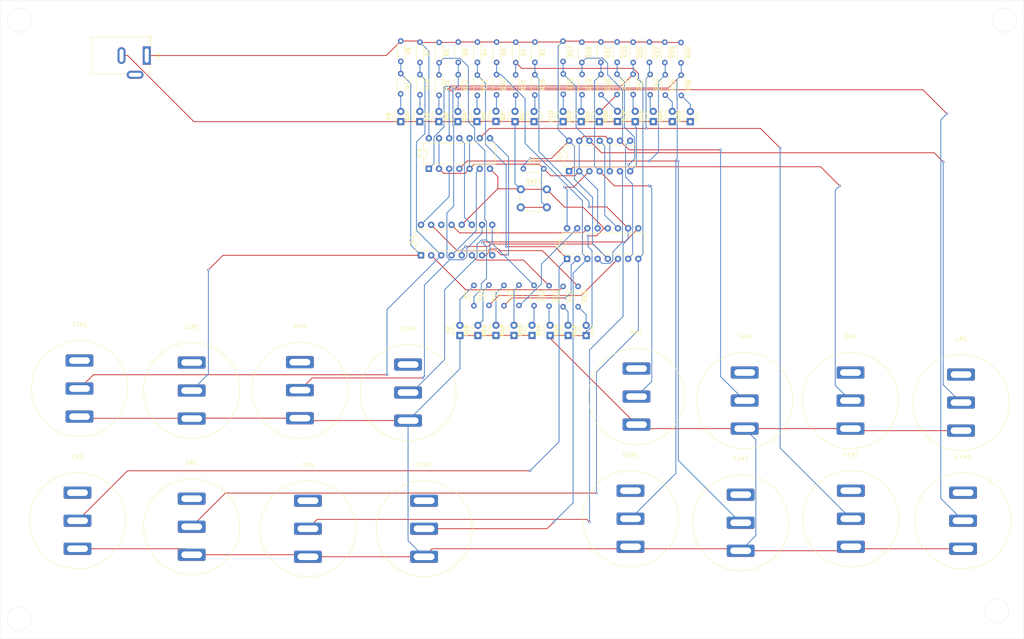
<source format=kicad_pcb>
(kicad_pcb (version 20241229) (generator "pcbnew") (generator_version "9.0")
  (layers (0 "F.Cu" signal) (2 "B.Cu" signal) (13 "F.Paste" user) (15 "B.Paste" user) (5 "F.SilkS" user "F.Silkscreen") (7 "B.SilkS" user "B.Silkscreen") (1 "F.Mask" user) (3 "B.Mask" user) (25 "Edge.Cuts" user))
  (net 0 "")
  (net 1 "Net-(D1-A)")
  (net 2 "GND")
  (net 3 "Net-(D2-A)")
  (net 4 "Net-(D3-A)")
  (net 5 "Net-(D4-A)")
  (net 6 "Net-(D5-A)")
  (net 7 "Net-(D6-A)")
  (net 8 "Net-(D7-A)")
  (net 9 "Net-(D8-A)")
  (net 10 "Net-(D9-A)")
  (net 11 "Net-(D10-A)")
  (net 12 "Net-(D11-A)")
  (net 13 "Net-(D12-A)")
  (net 14 "Net-(D13-A)")
  (net 15 "Net-(D14-A)")
  (net 16 "Net-(D15-A)")
  (net 17 "Net-(D16-A)")
  (net 18 "Net-(D18-A)")
  (net 19 "Net-(D19-A)")
  (net 20 "Net-(D20-A)")
  (net 21 "Net-(D21-A)")
  (net 22 "Net-(D22-A)")
  (net 23 "Net-(D23-A)")
  (net 24 "Net-(D24-A)")
  (net 25 "Net-(D25-A)")
  (net 26 "Net-(IC1-B3)")
  (net 27 "/A4")
  (net 28 "/VCC")
  (net 29 "Net-(IC1-B4)")
  (net 30 "/A7")
  (net 31 "Net-(IC1-B1)")
  (net 32 "/S7")
  (net 33 "/A5")
  (net 34 "Net-(IC1-B2)")
  (net 35 "/S4")
  (net 36 "Net-(IC1-C0)")
  (net 37 "/A6")
  (net 38 "/S6")
  (net 40 "/S5")
  (net 41 "/A2")
  (net 42 "/S2")
  (net 43 "/SUB")
  (net 44 "/A1")
  (net 45 "Net-(IC2-B4)")
  (net 46 "Net-(IC2-B1)")
  (net 47 "/S1")
  (net 48 "/S3")
  (net 49 "Net-(IC2-B2)")
  (net 50 "Net-(IC2-B3)")
  (net 51 "/S0")
  (net 52 "/A0")
  (net 53 "/A3")
  (net 54 "/B4")
  (net 55 "/B5")
  (net 56 "/B6")
  (net 57 "/B7")
  (net 58 "/B1")
  (net 59 "/B3")
  (net 60 "/B2")
  (net 61 "/B0")
  (footprint "LED_THT:LED_D3.0mm" (layer "F.Cu") (at 168.7552 46.8321 90)
    (property "Reference" "D22")
    (property "Value" "LED")
  )
  (footprint "LED_THT:LED_D3.0mm" (layer "F.Cu") (at 150.75 46.8534 90)
    (property "Reference" "D18")
    (property "Value" "LED")
  )
  (footprint "Resistor_THT:R_Axial_DIN0204_L3.6mm_D1.6mm_P5.08mm_Horizontal" (layer "F.Cu") (at 150.75 88 -90)
    (property "Reference" "R15")
    (property "Value" "1k")
  )
  (footprint "LED_THT:LED_D3.0mm" (layer "F.Cu") (at 164.3275 46.8197 90)
    (property "Reference" "D20")
    (property "Value" "LED")
  )
  (footprint "LED_THT:LED_D3.0mm" (layer "F.Cu") (at 182.5052 46.8721 90)
    (property "Reference" "D25")
    (property "Value" "LED")
  )
  (footprint "LED_THT:LED_D3.0mm" (layer "F.Cu") (at 178.0052 46.8321 90)
    (property "Reference" "D24")
    (property "Value" "LED")
  )
  (footprint "Connector_BarrelJack:BarrelJack_GCT_DCJ200-10-A_Horizontal" (layer "F.Cu") (at 46.85 30.35 -90)
    (property "Reference" "J1")
    (property "Value" "Barrel_Jack")
  )
  (footprint "Resistor_THT:R_Axial_DIN0204_L3.6mm_D1.6mm_P5.08mm_Horizontal" (layer "F.Cu") (at 180.2303 35.2228 -90)
    (property "Reference" "R38")
    (property "Value" "1k")
  )
  (footprint "Resistor_THT:R_Axial_DIN0204_L3.6mm_D1.6mm_P5.08mm_Horizontal" (layer "F.Cu") (at 129.3552 35.2134 -90)
    (property "Reference" "R23")
    (property "Value" "1k")
  )
  (footprint "Resistor_THT:R_Axial_DIN0204_L3.6mm_D1.6mm_P5.08mm_Horizontal" (layer "F.Cu") (at 143.5 87.75 -90)
    (property "Reference" "R13")
    (property "Value" "1k")
  )
  (footprint "LED_THT:LED_D3.0mm" (layer "F.Cu") (at 147.5 100.25 90)
    (property "Reference" "D14")
    (property "Value" "LED")
  )
  (footprint "Resistor_THT:R_Axial_DIN0204_L3.6mm_D1.6mm_P5.08mm_Horizontal" (layer "F.Cu") (at 143.7183 26.9736 -90)
    (property "Reference" "R1")
    (property "Value" "1k")
  )
  (footprint "my footprtn:LED SWITCH3pin" (layer "F.Cu") (at 196.0666 116.5244 180)
    (property "Reference" "SW4")
    (property "Value" "SW_SPDT")
  )
  (footprint "Package_DIP:DIP-14_W7.62mm" (layer "F.Cu") (at 117.25 58.62 90)
    (property "Reference" "IC3")
    (property "Value" "7486")
  )
  (footprint "LED_THT:LED_D3.0mm" (layer "F.Cu") (at 173.2552 46.8321 90)
    (property "Reference" "D23")
    (property "Value" "LED")
  )
  (footprint "LED_THT:LED_D3.0mm" (layer "F.Cu") (at 138.5 100.25 90)
    (property "Reference" "D12")
    (property "Value" "LED")
  )
  (footprint "Resistor_THT:R_Axial_DIN0204_L3.6mm_D1.6mm_P5.08mm_Horizontal" (layer "F.Cu") (at 138.9191 35.1734 -90)
    (property "Reference" "R25")
    (property "Value" "1k")
  )
  (footprint "Resistor_THT:R_Axial_DIN0204_L3.6mm_D1.6mm_P5.08mm_Horizontal" (layer "F.Cu") (at 176.1341 27.0146 -90)
    (property "Reference" "R39")
    (property "Value" "1k")
  )
  (footprint "LED_THT:LED_D3.0mm" (layer "F.Cu") (at 134.0042 46.8021 90)
    (property "Reference" "D3")
    (property "Value" "LED")
  )
  (footprint "Resistor_THT:R_Axial_DIN0204_L3.6mm_D1.6mm_P5.08mm_Horizontal" (layer "F.Cu") (at 138.9364 27.0136 -90)
    (property "Reference" "R2")
    (property "Value" "1k")
  )
  (footprint "my footprtn:LED SWITCH3pin" (layer "F.Cu") (at 222.4666 116.5244 180)
    (property "Reference" "SW6")
    (property "Value" "SW_SPDT")
  )
  (footprint "LED_THT:LED_D3.0mm" (layer "F.Cu") (at 138.7547 46.8405 90)
    (property "Reference" "D2")
    (property "Value" "LED")
  )
  (footprint "Resistor_THT:R_Axial_DIN0204_L3.6mm_D1.6mm_P5.08mm_Horizontal" (layer "F.Cu") (at 139.75 92.75 90)
    (property "Reference" "R12")
    (property "Value" "1k")
  )
  (footprint "my footprtn:LED SWITCH3pin" (layer "F.Cu") (at 250.0666 117.0244 180)
    (property "Reference" "SW7")
    (property "Value" "SW_SPDT")
  )
  (footprint "LED_THT:LED_D3.0mm" (layer "F.Cu") (at 143 100.25 90)
    (property "Reference" "D13")
    (property "Value" "LED")
  )
  (footprint "my footprtn:LED SWITCH3pin" (layer "F.Cu") (at 112.0666 114.5244 180)
    (property "Reference" "SW10")
    (property "Value" "SW_SPDT")
  )
  (footprint "Resistor_THT:R_Axial_DIN0204_L3.6mm_D1.6mm_P5.08mm_Horizontal" (layer "F.Cu") (at 124.5732 35.1334 -90)
    (property "Reference" "R22")
    (property "Value" "1k")
  )
  (footprint "my footprtn:LED SWITCH3pin" (layer "F.Cu") (at 29.5666 146.5244 180)
    (property "Reference" "SW3")
    (property "Value" "SW_SPDT")
  )
  (footprint "Resistor_THT:R_Axial_DIN0204_L3.6mm_D1.6mm_P5.08mm_Horizontal" (layer "F.Cu") (at 134.1371 35.0934 -90)
    (property "Reference" "R24")
    (property "Value" "1k")
  )
  (footprint "Resistor_THT:R_Axial_DIN0204_L3.6mm_D1.6mm_P5.08mm_Horizontal" (layer "F.Cu") (at 155.4803 35.0528 -90)
    (property "Reference" "R19")
    (property "Value" "1k")
  )
  (footprint "Resistor_THT:R_Axial_DIN0204_L3.6mm_D1.6mm_P5.08mm_Horizontal" (layer "F.Cu") (at 115.0266 27 -90)
    (property "Reference" "R7")
    (property "Value" "1k")
  )
  (footprint "my footprtn:LED SWITCH3pin" (layer "F.Cu") (at 85.0666 113.9244 180)
    (property "Reference" "SW9")
    (property "Value" "SW_SPDT")
  )
  (footprint "my footprtn:LED SWITCH3pin" (layer "F.Cu") (at 167.5666 146.0244 180)
    (property "Reference" "SW16")
    (property "Value" "SW_SPDT")
  )
  (footprint "LED_THT:LED_D3.0mm" (layer "F.Cu") (at 155.25 46.8534 90)
    (property "Reference" "D19")
    (property "Value" "LED")
  )
  (footprint "Resistor_THT:R_Axial_DIN0204_L3.6mm_D1.6mm_P5.08mm_Horizontal" (layer "F.Cu") (at 168.2303 35.0119 -90)
    (property "Reference" "R32")
    (property "Value" "1k")
  )
  (footprint "LED_THT:LED_D3.0mm" (layer "F.Cu") (at 156.5 100.29 90)
    (property "Reference" "D16")
    (property "Value" "LED")
  )
  (footprint "Resistor_THT:R_Axial_DIN0204_L3.6mm_D1.6mm_P5.08mm_Horizontal" (layer "F.Cu") (at 160.2303 35.0528 -90)
    (property "Reference" "R20")
    (property "Value" "1k")
  )
  (footprint "my footprtn:LED SWITCH3pin" (layer "F.Cu") (at 87.0666 148.5244 180)
    (property "Reference" "SW1")
    (property "Value" "SW_SPDT")
  )
  (footprint "my footprtn:LED SWITCH3pin" (layer "F.Cu") (at 195.0666 147.0244 180)
    (property "Reference" "SW15")
    (property "Value" "SW_SPDT")
  )
  (footprint "LED_THT:LED_D3.0mm" (layer "F.Cu") (at 143.5051 46.8534 90)
    (property "Reference" "D1")
    (property "Value" "LED")
  )
  (footprint "LED_THT:LED_D3.0mm" (layer "F.Cu") (at 125 100.27 90)
    (property "Reference" "D9")
    (property "Value" "LED")
  )
  (footprint "LED_THT:LED_D3.0mm" (layer "F.Cu") (at 129.2538 46.8534 90)
    (property "Reference" "D4")
    (property "Value" "LED")
  )
  (footprint "Button_Switch_THT:SW_PUSH_6mm" (layer "F.Cu") (at 140.19 63.77)
    (property "Reference" "SW17")
    (property "Value" "SW_Push")
  )
  (footprint "Resistor_THT:R_Axial_DIN0204_L3.6mm_D1.6mm_P5.08mm_Horizontal" (layer "F.Cu") (at 154.5 88 -90)
    (property "Reference" "R16")
    (property "Value" "1k")
  )
  (footprint "Package_DIP:DIP-16_W7.62mm" (layer "F.Cu") (at 151.75 81.12 90)
    (property "Reference" "IC2")
    (property "Value" "7483")
  )
  (footprint "Resistor_THT:R_Axial_DIN0204_L3.6mm_D1.6mm_P5.08mm_Horizontal" (layer "F.Cu") (at 176.2487 35.1386 -90)
    (property "Reference" "R36")
    (property "Value" "1k")
  )
  (footprint "Resistor_THT:R_Axial_DIN0204_L3.6mm_D1.6mm_P5.08mm_Horizontal" (layer "F.Cu") (at 164.203 35.0119 -90)
    (property "Reference" "R30")
    (property "Value" "1k")
  )
  (footprint "Resistor_THT:R_Axial_DIN0204_L3.6mm_D1.6mm_P5.08mm_Horizontal" (layer "F.Cu") (at 164.2421 26.9572 -90)
    (property "Reference" "R33")
    (property "Value" "1k")
  )
  (footprint "Resistor_THT:R_Axial_DIN0204_L3.6mm_D1.6mm_P5.08mm_Horizontal" (layer "F.Cu") (at 110.2447 26.7263 -90)
    (property "Reference" "R8")
    (property "Value" "1k")
  )
  (footprint "Resistor_THT:R_Axial_DIN0204_L3.6mm_D1.6mm_P5.08mm_Horizontal" (layer "F.Cu") (at 160.1789 26.9627 -90)
    (property "Reference" "R31")
    (property "Value" "1k")
  )
  (footprint "Resistor_THT:R_Axial_DIN0204_L3.6mm_D1.6mm_P5.08mm_Horizontal" (layer "F.Cu") (at 128.5 92.83 90)
    (property "Reference" "R9")
    (property "Value" "1k")
  )
  (footprint "LED_THT:LED_D3.0mm" (layer "F.Cu") (at 115.0024 46.8534 90)
    (property "Reference" "D7")
    (property "Value" "LED")
  )
  (footprint "my footprtn:LED SWITCH3pin" (layer "F.Cu") (at 250.5666 146.5244 180)
    (property "Reference" "SW13")
    (property "Value" "SW_SPDT")
  )
  (footprint "Resistor_THT:R_Axial_DIN0204_L3.6mm_D1.6mm_P5.08mm_Horizontal" (layer "F.Cu") (at 119.8086 27.0661 -90)
    (property "Reference" "R6")
    (property "Value" "1k")
  )
  (footprint "Resistor_THT:R_Axial_DIN0204_L3.6mm_D1.6mm_P5.08mm_Horizontal" (layer "F.Cu") (at 136 92.83 90)
    (property "Reference" "R11")
    (property "Value" "1k")
  )
  (footprint "Resistor_THT:R_Axial_DIN0204_L3.6mm_D1.6mm_P5.08mm_Horizontal" (layer "F.Cu") (at 143.701 35.1334 -90)
    (property "Reference" "R26")
    (property "Value" "1k")
  )
  (footprint "my footprtn:LED SWITCH3pin" (layer "F.Cu") (at 58.0666 114.0244 180)
    (property "Reference" "SW12")
    (property "Value" "SW_SPDT")
  )
  (footprint "LED_THT:LED_D3.0mm" (layer "F.Cu") (at 119.7529 46.8534 90)
    (property "Reference" "D6")
    (property "Value" "LED")
  )
  (footprint "Resistor_THT:R_Axial_DIN0204_L3.6mm_D1.6mm_P5.08mm_Horizontal" (layer "F.Cu") (at 119.7913 35.1859 -90)
    (property "Reference" "R21")
    (property "Value" "1k")
  )
  (footprint "Resistor_THT:R_Axial_DIN0204_L3.6mm_D1.6mm_P5.08mm_Horizontal" (layer "F.Cu") (at 115.0093 35.0798 -90)
    (property "Reference" "R18")
    (property "Value" "1k")
  )
  (footprint "Resistor_THT:R_Axial_DIN0204_L3.6mm_D1.6mm_P5.08mm_Horizontal" (layer "F.Cu") (at 168.2358 26.9993 -90)
    (property "Reference" "R35")
    (property "Value" "1k")
  )
  (footprint "my footprtn:LED SWITCH3pin" (layer "F.Cu") (at 30.0666 113.5244 180)
    (property "Reference" "SW11")
    (property "Value" "SW_SPDT")
  )
  (footprint "Resistor_THT:R_Axial_DIN0204_L3.6mm_D1.6mm_P5.08mm_Horizontal" (layer "F.Cu") (at 124.5905 26.9736 -90)
    (property "Reference" "R5")
    (property "Value" "1k")
  )
  (footprint "Resistor_THT:R_Axial_DIN0204_L3.6mm_D1.6mm_P5.08mm_Horizontal" (layer "F.Cu") (at 134.1544 26.9736 -90)
    (property "Reference" "R3")
    (property "Value" "1k")
  )
  (footprint "LED_THT:LED_D3.0mm" (layer "F.Cu") (at 129.5 100.27 90)
    (property "Reference" "D10")
    (property "Value" "LED")
  )
  (footprint "Resistor_THT:R_Axial_DIN0204_L3.6mm_D1.6mm_P5.08mm_Horizontal" (layer "F.Cu") (at 180.1789 27.0927 -90)
    (property "Reference" "R40")
    (property "Value" "1k")
  )
  (footprint "my footprtn:LED SWITCH3pin" (layer "F.Cu") (at 116.0666 148.5244 180)
    (property "Reference" "SW2")
    (property "Value" "SW_SPDT")
  )
  (footprint "Resistor_THT:R_Axial_DIN0204_L3.6mm_D1.6mm_P5.08mm_Horizontal" (layer "F.Cu") (at 140.84 58.62)
    (property "Reference" "R41")
    (property "Value" "R")
  )
  (footprint "my footprtn:LED SWITCH3pin" (layer "F.Cu") (at 169.0666 115.5244 180)
    (property "Reference" "SW8")
    (property "Value" "SW_SPDT")
  )
  (footprint "Package_DIP:DIP-14_W7.62mm" (layer "F.Cu") (at 152.25 59.24 90)
    (property "Reference" "IC4")
    (property "Value" "7486")
  )
  (footprint "Resistor_THT:R_Axial_DIN0204_L3.6mm_D1.6mm_P5.08mm_Horizontal" (layer "F.Cu") (at 150.75 26.75 -90)
    (property "Reference" "R27")
    (property "Value" "1k")
  )
  (footprint "Resistor_THT:R_Axial_DIN0204_L3.6mm_D1.6mm_P5.08mm_Horizontal" (layer "F.Cu") (at 172.2956 26.9708 -90)
    (property "Reference" "R37")
    (property "Value" "1k")
  )
  (footprint "LED_THT:LED_D3.0mm" (layer "F.Cu") (at 110.252 46.8534 90)
    (property "Reference" "D8")
    (property "Value" "LED")
  )
  (footprint "Resistor_THT:R_Axial_DIN0204_L3.6mm_D1.6mm_P5.08mm_Horizontal" (layer "F.Cu") (at 172.4803 35.0528 -90)
    (property "Reference" "R34")
    (property "Value" "1k")
  )
  (footprint "LED_THT:LED_D3.0mm" (layer "F.Cu") (at 134 100.25 90)
    (property "Reference" "D11")
    (property "Value" "LED")
  )
  (footprint "my footprtn:LED SWITCH3pin" (layer "F.Cu") (at 58.0666 148.0244 180)
    (property "Reference" "SW5")
    (property "Value" "SW_SPDT")
  )
  (footprint "LED_THT:LED_D3.0mm" (layer "F.Cu") (at 124.5033 46.8534 90)
    (property "Reference" "D5")
    (property "Value" "LED")
  )
  (footprint "Resistor_THT:R_Axial_DIN0204_L3.6mm_D1.6mm_P5.08mm_Horizontal" (layer "F.Cu") (at 132.25 92.75 90)
    (property "Reference" "R10")
    (property "Value" "1k")
  )
  (footprint "Package_DIP:DIP-16_W7.62mm" (layer "F.Cu") (at 115.29 80.24 90)
    (property "Reference" "IC1")
    (property "Value" "7483")
  )
  (footprint "Resistor_THT:R_Axial_DIN0204_L3.6mm_D1.6mm_P5.08mm_Horizontal" (layer "F.Cu") (at 155.4289 27.0027 -90)
    (property "Reference" "R29")
    (property "Value" "1k")
  )
  (footprint "LED_THT:LED_D3.0mm" (layer "F.Cu") (at 159.7947 46.8737 90)
    (property "Reference" "D21")
    (property "Value" "LED")
  )
  (footprint "Resistor_THT:R_Axial_DIN0204_L3.6mm_D1.6mm_P5.08mm_Horizontal" (layer "F.Cu") (at 110.2273 34.8461 -90)
    (property "Reference" "R17")
    (property "Value" "1k")
  )
  (footprint "Resistor_THT:R_Axial_DIN0204_L3.6mm_D1.6mm_P5.08mm_Horizontal" (layer "F.Cu") (at 150.8013 34.9422 -90)
    (property "Reference" "R28")
    (property "Value" "1k")
  )
  (footprint "Resistor_THT:R_Axial_DIN0204_L3.6mm_D1.6mm_P5.08mm_Horizontal" (layer "F.Cu") (at 129.3725 26.9736 -90)
    (property "Reference" "R4")
    (property "Value" "1k")
  )
  (footprint "LED_THT:LED_D3.0mm" (layer "F.Cu") (at 152 100.25 90)
    (property "Reference" "D15")
    (property "Value" "LED")
  )
  (footprint "Resistor_THT:R_Axial_DIN0204_L3.6mm_D1.6mm_P5.08mm_Horizontal" (layer "F.Cu") (at 147.25 87.83 -90)
    (property "Reference" "R14")
    (property "Value" "1k")
  )
  (footprint "my footprtn:LED SWITCH3pin" (layer "F.Cu") (at 222.5666 146.0244 180)
    (property "Reference" "SW14")
    (property "Value" "SW_SPDT")
  )
  (gr_circle (center 259 169) (end 262 169) (stroke (width 0.05)) (fill no) (layer "Edge.Cuts"))
  (gr_circle (center 15 21.5) (end 18 21.5) (stroke (width 0.05)) (fill no) (layer "Edge.Cuts"))
  (gr_circle (center 15 171) (end 18 171) (stroke (width 0.05)) (fill no) (layer "Edge.Cuts"))
  (gr_rect (start 10.25 16.5) (end 265.75 176) (stroke (width 0.05)) (fill no) (layer "Edge.Cuts"))
  (gr_circle (center 261 21.5) (end 264 21.5) (stroke (width 0.05)) (fill no) (layer "Edge.Cuts"))
  (segment (start 143.701 44.1175) (end 143.701 40.2134) (width 0.2) (layer "B.Cu") (net 1))
  (segment (start 143.5051 44.3134) (end 143.701 44.1175) (width 0.2) (layer "B.Cu") (net 1))
  (segment (start 134.0042 46.8021) (end 130.5068 46.8021) (width 0.2) (layer "F.Cu") (net 2))
  (segment (start 118.0666 153.5244) (end 116.0666 155.5244) (width 0.2) (layer "F.Cu") (net 2))
  (segment (start 134.6051 46.8021) (end 135.2059 46.8021) (width 0.2) (layer "F.Cu") (net 2))
  (segment (start 29.5666 153.5244) (end 56.5666 153.5244) (width 0.2) (layer "F.Cu") (net 2))
  (segment (start 167.5666 153.5244) (end 194.5666 153.5244) (width 0.2) (layer "F.Cu") (net 2))
  (segment (start 151.1333 68.2133) (end 155.7264 68.2133) (width 0.2) (layer "F.Cu") (net 2))
  (segment (start 156.5 100.29) (end 153.2417 100.29) (width 0.2) (layer "F.Cu") (net 2))
  (segment (start 250.5666 153.5244) (end 223.0666 153.5244) (width 0.2) (layer "F.Cu") (net 2))
  (segment (start 30.5166 120.9744) (end 30.0666 120.5244) (width 0.2) (layer "F.Cu") (net 2))
  (segment (start 56.5666 153.5244) (end 58.0666 155.0244) (width 0.2) (layer "F.Cu") (net 2))
  (segment (start 138.7547 46.8405) (end 135.2443 46.8405) (width 0.2) (layer "F.Cu") (net 2))
  (segment (start 178.0052 46.8321) (end 181.2635 46.8321) (width 0.2) (layer "F.Cu") (net 2))
  (segment (start 161.7172 73.5) (end 161.7723 73.5) (width 0.2) (layer "F.Cu") (net 2))
  (segment (start 155.25 46.8534) (end 156.4517 46.8534) (width 0.2) (layer "F.Cu") (net 2))
  (segment (start 167.5666 153.5244) (end 118.0666 153.5244) (width 0.2) (layer "F.Cu") (net 2))
  (segment (start 140.19 63.77) (end 146.69 63.77) (width 0.2) (layer "F.Cu") (net 2))
  (segment (start 125 100.27) (end 129.5 100.27) (width 0.2) (layer "F.Cu") (net 2))
  (segment (start 161.7723 73.5) (end 161.8136 73.5) (width 0.2) (layer "F.Cu") (net 2))
  (segment (start 163.1258 46.8197) (end 163.0718 46.8737) (width 0.2) (layer "F.Cu") (net 2))
  (segment (start 134.454 63.616) (end 140.036 63.616) (width 0.2) (layer "F.Cu") (net 2))
  (segment (start 169.0666 122.5244) (end 147.5 100.9578) (width 0.2) (layer "F.Cu") (net 2))
  (segment (start 143.5051 46.8534) (end 139.9693 46.8534) (width 0.2) (layer "F.Cu") (net 2))
  (segment (start 182.5052 46.8721) (end 181.3035 46.8721) (width 0.2) (layer "F.Cu") (net 2))
  (segment (start 40.55 30.35) (end 42.1067 30.35) (width 0.2) (layer "F.Cu") (net 2))
  (segment (start 129.2538 46.8534) (end 124.5033 46.8534) (width 0.2) (layer "F.Cu") (net 2))
  (segment (start 168.7552 46.8321) (end 169.9569 46.8321) (width 0.2) (layer "F.Cu") (net 2))
  (segment (start 165.5416 46.8321) (end 165.5292 46.8197) (width 0.2) (layer "F.Cu") (net 2))
  (segment (start 58.0666 120.9744) (end 30.5166 120.9744) (width 0.2) (layer "F.Cu") (net 2))
  (segment (start 161.7172 73.5) (end 161.3652 73.852) (width 0.2) (layer "F.Cu") (net 2))
  (segment (start 161.8136 73.5) (end 161.91 73.5) (width 0.2) (layer "F.Cu") (net 2))
  (segment (start 125.45 72.62) (end 134.454 63.616) (width 0.2) (layer "F.Cu") (net 2))
  (segment (start 167.5666 153.0244) (end 167.5666 153.5244) (width 0.2) (layer "F.Cu") (net 2))
  (segment (start 170.0666 123.5244) (end 169.0666 122.5244) (width 0.2) (layer "F.Cu") (net 2))
  (segment (start 223.0666 153.5244) (end 222.5666 153.0244) (width 0.2) (layer "F.Cu") (net 2))
  (segment (start 164.3275 46.8197) (end 165.5292 46.8197) (width 0.2) (layer "F.Cu") (net 2))
  (segment (start 161.0067 73.4935) (end 159.1226 75.3776) (width 0.2) (layer "F.Cu") (net 2))
  (segment (start 221.5666 154.0244) (end 222.5666 153.0244) (width 0.2) (layer "F.Cu") (net 2))
  (segment (start 161.0067 73.4935) (end 161.3652 73.852) (width 0.2) (layer "F.Cu") (net 2))
  (segment (start 139.3556 46.8405) (end 138.7547 46.8405) (width 0.2) (layer "F.Cu") (net 2))
  (segment (start 140.036 63.616) (end 140.19 63.77) (width 0.2) (layer "F.Cu") (net 2))
  (segment (start 119.7529 46.8534) (end 115.0024 46.8534) (width 0.2) (layer "F.Cu") (net 2))
  (segment (start 85.6666 121.5244) (end 85.0666 120.9244) (width 0.2) (layer "F.Cu") (net 2))
  (segment (start 173.2552 46.8321) (end 178.0052 46.8321) (width 0.2) (layer "F.Cu") (net 2))
  (segment (start 134.6051 46.8021) (end 134.0042 46.8021) (width 0.2) (layer "F.Cu") (net 2))
  (segment (start 172.0535 46.8321) (end 169.9569 46.8321) (width 0.2) (layer "F.Cu") (net 2))
  (segment (start 129.2538 46.8534) (end 130.4555 46.8534) (width 0.2) (layer "F.Cu") (net 2))
  (segment (start 168.7552 46.8321) (end 165.5416 46.8321) (width 0.2) (layer "F.Cu") (net 2))
  (segment (start 153.2417 100.29) (end 153.2017 100.25) (width 0.2) (layer "F.Cu") (net 2))
  (segment (start 58.0666 120.9744) (end 58.0666 121.0244) (width 0.2) (layer "F.Cu") (net 2))
  (segment (start 129.5 100.27) (end 132.7783 100.27) (width 0.2) (layer "F.Cu") (net 2))
  (segment (start 163.0718 46.8737) (end 159.7947 46.8737) (width 0.2) (layer "F.Cu") (net 2))
  (segment (start 139.3556 46.8405) (end 139.9564 46.8405) (width 0.2) (layer "F.Cu") (net 2))
  (segment (start 146.69 63.77) (end 151.1333 68.2133) (width 0.2) (layer "F.Cu") (net 2))
  (segment (start 85.0666 120.9244) (end 58.1166 120.9244) (width 0.2) (layer "F.Cu") (net 2))
  (segment (start 58.0666 155.0244) (end 86.5666 155.0244) (width 0.2) (layer "F.Cu") (net 2))
  (segment (start 152 100.25) (end 147.5 100.25) (width 0.2) (layer "F.Cu") (net 2))
  (segment (start 155.25 46.8534) (end 150.75 46.8534) (width 0.2) (layer "F.Cu") (net 2))
  (segment (start 134 100.25) (end 138.5 100.25) (width 0.2) (layer "F.Cu") (net 2))
  (segment (start 164.3275 46.8197) (end 163.1258 46.8197) (width 0.2) (layer "F.Cu") (net 2))
  (segment (start 147.5 100.9578) (end 147.5 100.25) (width 0.2) (layer "F.Cu") (net 2))
  (segment (start 196.0666 123.5244) (end 170.0666 123.5244) (width 0.2) (layer "F.Cu") (net 2))
  (segment (start 181.2635 46.8321) (end 181.3035 46.8721) (width 0.2) (layer "F.Cu") (net 2))
  (segment (start 58.6101 46.8534) (end 110.252 46.8534) (width 0.2) (layer "F.Cu") (net 2))
  (segment (start 112.0666 121.5244) (end 85.6666 121.5244) (width 0.2) (layer "F.Cu") (net 2))
  (segment (start 152 100.25) (end 153.2017 100.25) (width 0.2) (layer "F.Cu") (net 2))
  (segment (start 132.7783 100.27) (end 132.7983 100.25) (width 0.2) (layer "F.Cu") (net 2))
  (segment (start 139.9693 46.8534) (end 139.9564 46.8405) (width 0.2) (layer "F.Cu") (net 2))
  (segment (start 222.9666 124.0244) (end 222.4666 123.5244) (width 0.2) (layer "F.Cu") (net 2))
  (segment (start 222.4666 123.5244) (end 196.0666 123.5244) (width 0.2) (layer "F.Cu") (net 2))
  (segment (start 159.1226 75.3776) (end 156.9715 75.3776) (width 0.2) (layer "F.Cu") (net 2))
  (segment (start 58.1166 120.9244) (end 58.0666 120.9744) (width 0.2) (layer "F.Cu") (net 2))
  (segment (start 138.5 100.25) (end 143 100.25) (width 0.2) (layer "F.Cu") (net 2))
  (segment (start 150.75 46.8534) (end 143.5051 46.8534) (width 0.2) (layer "F.Cu") (net 2))
  (segment (start 195.0666 154.0244) (end 221.5666 154.0244) (width 0.2) (layer "F.Cu") (net 2))
  (segment (start 130.5068 46.8021) (end 130.4555 46.8534) (width 0.2) (layer "F.Cu") (net 2))
  (segment (start 135.2443 46.8405) (end 135.2059 46.8021) (width 0.2) (layer "F.Cu") (net 2))
  (segment (start 159.7947 46.8737) (end 156.472 46.8737) (width 0.2) (layer "F.Cu") (net 2))
  (segment (start 156.472 46.8737) (end 156.4517 46.8534) (width 0.2) (layer "F.Cu") (net 2))
  (segment (start 86.5666 155.0244) (end 87.0666 155.5244) (width 0.2) (layer "F.Cu") (net 2))
  (segment (start 194.5666 153.5244) (end 195.0666 154.0244) (width 0.2) (layer "F.Cu") (net 2))
  (segment (start 250.0666 124.0244) (end 222.9666 124.0244) (width 0.2) (layer "F.Cu") (net 2))
  (segment (start 42.1067 30.35) (end 58.6101 46.8534) (width 0.2) (layer "F.Cu") (net 2))
  (segment (start 134 100.25) (end 132.7983 100.25) (width 0.2) (layer "F.Cu") (net 2))
  (segment (start 124.5033 46.8534) (end 119.7529 46.8534) (width 0.2) (layer "F.Cu") (net 2))
  (segment (start 155.7264 68.2133) (end 161.0067 73.4935) (width 0.2) (layer "F.Cu") (net 2))
  (segment (start 172.6544 46.8321) (end 172.0535 46.8321) (width 0.2) (layer "F.Cu") (net 2))
  (segment (start 110.252 46.8534) (end 115.0024 46.8534) (width 0.2) (layer "F.Cu") (net 2))
  (segment (start 87.0666 155.5244) (end 116.0666 155.5244) (width 0.2) (layer "F.Cu") (net 2))
  (segment (start 132.49 58.62) (end 134.454 60.584) (width 0.2) (layer "F.Cu") (net 2))
  (segment (start 172.6544 46.8321) (end 173.2552 46.8321) (width 0.2) (layer "F.Cu") (net 2))
  (segment (start 134.454 60.584) (end 134.454 63.616) (width 0.2) (layer "F.Cu") (net 2))
  (via (at 156.9715 75.3776) (size 0.6) (drill 0.3) (layers "F.Cu" "B.Cu") (net 2))
  (segment (start 156.9715 78.0263) (end 157.9699 79.0247) (width 0.2) (layer "B.Cu") (net 2))
  (segment (start 156.5 100.29) (end 156.5 99.0883) (width 0.2) (layer "B.Cu") (net 2))
  (segment (start 157.9699 79.0247) (end 157.9699 97.9939) (width 0.2) (layer "B.Cu") (net 2))
  (segment (start 167.49 59.24) (end 169.0392 57.6908) (width 0.2) (layer "B.Cu") (net 2))
  (segment (start 112.0666 151.5244) (end 112.0666 121.5244) (width 0.2) (layer "B.Cu") (net 2))
  (segment (start 198.8469 150.2441) (end 198.8469 126.3047) (width 0.2) (layer "B.Cu") (net 2))
  (segment (start 140.19 63.77) (end 138.7547 62.3347) (width 0.2) (layer "B.Cu") (net 2))
  (segment (start 169.0392 48.3178) (end 168.7552 48.0338) (width 0.2) (layer "B.Cu") (net 2))
  (segment (start 198.8469 126.3047) (end 196.0666 123.5244) (width 0.2) (layer "B.Cu") (net 2))
  (segment (start 112.0666 121.5244) (end 125 108.591) (width 0.2) (layer "B.Cu") (net 2))
  (segment (start 138.7547 62.3347) (end 138.7547 48.0422) (width 0.2) (layer "B.Cu") (net 2))
  (segment (start 168.7552 46.8321) (end 168.7552 48.0338) (width 0.2) (layer "B.Cu") (net 2))
  (segment (start 138.7547 46.8405) (end 138.7547 48.0422) (width 0.2) (layer "B.Cu") (net 2))
  (segment (start 195.0666 154.0244) (end 198.8469 150.2441) (width 0.2) (layer "B.Cu") (net 2))
  (segment (start 125 108.591) (end 125 100.27) (width 0.2) (layer "B.Cu") (net 2))
  (segment (start 116.0666 155.5244) (end 112.0666 151.5244) (width 0.2) (layer "B.Cu") (net 2))
  (segment (start 156.8755 99.0883) (end 156.5 99.0883) (width 0.2) (layer "B.Cu") (net 2))
  (segment (start 156.9715 75.3776) (end 156.9715 78.0263) (width 0.2) (layer "B.Cu") (net 2))
  (segment (start 157.9699 97.9939) (end 156.8755 99.0883) (width 0.2) (layer "B.Cu") (net 2))
  (segment (start 169.0392 57.6908) (end 169.0392 48.3178) (width 0.2) (layer "B.Cu") (net 2))
  (segment (start 138.9191 44.1361) (end 138.9191 40.2534) (width 0.2) (layer "B.Cu") (net 3))
  (segment (start 138.7547 44.3005) (end 138.9191 44.1361) (width 0.2) (layer "B.Cu") (net 3))
  (segment (start 134.1371 44.1292) (end 134.1371 40.1734) (width 0.2) (layer "B.Cu") (net 4))
  (segment (start 134.0042 44.2621) (end 134.1371 44.1292) (width 0.2) (layer "B.Cu") (net 4))
  (segment (start 129.2538 40.3948) (end 129.2538 44.3134) (width 0.2) (layer "B.Cu") (net 5))
  (segment (start 129.3552 40.2934) (end 129.2538 40.3948) (width 0.2) (layer "B.Cu") (net 5))
  (segment (start 124.5033 44.3134) (end 124.5732 44.2435) (width 0.2) (layer "B.Cu") (net 6))
  (segment (start 124.5732 44.2435) (end 124.5732 40.2134) (width 0.2) (layer "B.Cu") (net 6))
  (segment (start 119.7529 40.3043) (end 119.7529 44.3134) (width 0.2) (layer "B.Cu") (net 7))
  (segment (start 119.7913 40.2659) (end 119.7529 40.3043) (width 0.2) (layer "B.Cu") (net 7))
  (segment (start 115.0024 44.3134) (end 115.0093 44.3065) (width 0.2) (layer "B.Cu") (net 8))
  (segment (start 115.0093 44.3065) (end 115.0093 40.1598) (width 0.2) (layer "B.Cu") (net 8))
  (segment (start 110.2273 44.2887) (end 110.2273 39.9261) (width 0.2) (layer "B.Cu") (net 9))
  (segment (start 110.252 44.3134) (end 110.2273 44.2887) (width 0.2) (layer "B.Cu") (net 9))
  (segment (start 125 91.25) (end 128.5 87.75) (width 0.2) (layer "B.Cu") (net 10))
  (segment (start 125 97.73) (end 125 91.25) (width 0.2) (layer "B.Cu") (net 10))
  (segment (start 129.5 97.73) (end 130.7367 96.4933) (width 0.2) (layer "B.Cu") (net 11))
  (segment (start 130.7367 96.4933) (end 130.7367 89.1833) (width 0.2) (layer "B.Cu") (net 11))
  (segment (start 130.7367 89.1833) (end 132.25 87.67) (width 0.2) (layer "B.Cu") (net 11))
  (segment (start 134 89.75) (end 136 87.75) (width 0.2) (layer "B.Cu") (net 12))
  (segment (start 134 97.71) (end 134 89.75) (width 0.2) (layer "B.Cu") (net 12))
  (segment (start 138.5 97.71) (end 138.5 88.92) (width 0.2) (layer "B.Cu") (net 13))
  (segment (start 138.5 88.92) (end 139.75 87.67) (width 0.2) (layer "B.Cu") (net 13))
  (segment (start 143.5 97.21) (end 143.5 92.83) (width 0.2) (layer "B.Cu") (net 14))
  (segment (start 143 97.71) (end 143.5 97.21) (width 0.2) (layer "B.Cu") (net 14))
  (segment (start 147.25 92.91) (end 147.25 97.46) (width 0.2) (layer "B.Cu") (net 15))
  (segment (start 147.25 97.46) (end 147.5 97.71) (width 0.2) (layer "B.Cu") (net 15))
  (segment (start 152 94.33) (end 152 97.71) (width 0.2) (layer "B.Cu") (net 16))
  (segment (start 150.75 93.08) (end 152 94.33) (width 0.2) (layer "B.Cu") (net 16))
  (segment (start 154.5 93.08) (end 156.5 95.08) (width 0.2) (layer "B.Cu") (net 17))
  (segment (start 156.5 95.08) (end 156.5 97.75) (width 0.2) (layer "B.Cu") (net 17))
  (segment (start 150.8013 44.2621) (end 150.8013 40.0222) (width 0.2) (layer "B.Cu") (net 18))
  (segment (start 150.75 44.3134) (end 150.8013 44.2621) (width 0.2) (layer "B.Cu") (net 18))
  (segment (start 155.25 40.3631) (end 155.25 44.3134) (width 0.2) (layer "B.Cu") (net 19))
  (segment (start 155.4803 40.1328) (end 155.25 40.3631) (width 0.2) (layer "B.Cu") (net 19))
  (segment (start 160.2303 40.1328) (end 164.3275 44.23) (width 0.2) (layer "B.Cu") (net 20))
  (segment (start 164.3275 44.23) (end 164.3275 44.2797) (width 0.2) (layer "B.Cu") (net 20))
  (segment (start 159.7947 44.3337) (end 159.9612 44.3337) (width 0.2) (layer "F.Cu") (net 21))
  (segment (start 159.9612 44.3337) (end 164.203 40.0919) (width 0.2) (layer "F.Cu") (net 21))
  (segment (start 168.2303 43.7672) (end 168.2303 40.0919) (width 0.2) (layer "B.Cu") (net 22))
  (segment (start 168.7552 44.2921) (end 168.2303 43.7672) (width 0.2) (layer "B.Cu") (net 22))
  (segment (start 172.4803 40.1328) (end 172.4803 43.5172) (width 0.2) (layer "B.Cu") (net 23))
  (segment (start 172.4803 43.5172) (end 173.2552 44.2921) (width 0.2) (layer "B.Cu") (net 23))
  (segment (start 178.0052 44.2921) (end 178.0052 41.9751) (width 0.2) (layer "B.Cu") (net 24))
  (segment (start 178.0052 41.9751) (end 176.2487 40.2186) (width 0.2) (layer "B.Cu") (net 24))
  (segment (start 182.5052 44.3321) (end 182.5052 42.5777) (width 0.2) (layer "B.Cu") (net 25))
  (segment (start 182.5052 42.5777) (end 180.2303 40.3028) (width 0.2) (layer "B.Cu") (net 25))
  (segment (start 129.0917 59.4783) (end 129.0917 74.0583) (width 0.2) (layer "B.Cu") (net 26))
  (segment (start 129.95 58.62) (end 129.0917 59.4783) (width 0.2) (layer "B.Cu") (net 26))
  (segment (start 129.0917 74.0583) (end 122.91 80.24) (width 0.2) (layer "B.Cu") (net 26))
  (segment (start 88.1247 110.8663) (end 85.0666 113.9244) (width 0.2) (layer "F.Cu") (net 27))
  (segment (start 115.6996 110.8663) (end 88.1247 110.8663) (width 0.2) (layer "F.Cu") (net 27))
  (via (at 115.6996 110.8663) (size 0.6) (drill 0.3) (layers "F.Cu" "B.Cu") (net 27))
  (segment (start 125.9191 81.3445) (end 126.7185 80.5451) (width 0.2) (layer "B.Cu") (net 27))
  (segment (start 121.757 80.6468) (end 121.757 69.6656) (width 0.2) (layer "B.Cu") (net 27))
  (segment (start 123.2475 47.8243) (end 123.2475 39.1364) (width 0.2) (layer "B.Cu") (net 27))
  (segment (start 126.7185 78.5477) (end 130.53 74.7362) (width 0.2) (layer "B.Cu") (net 27))
  (segment (start 123.4429 48.0197) (end 123.2475 47.8243) (width 0.2) (layer "B.Cu") (net 27))
  (segment (start 115.6996 110.8663) (end 116.1352 110.4307) (width 0.2) (layer "B.Cu") (net 27))
  (segment (start 122.4547 81.3445) (end 125.9191 81.3445) (width 0.2) (layer "B.Cu") (net 27))
  (segment (start 123.2475 39.1364) (end 124.5732 37.8107) (width 0.2) (layer "B.Cu") (net 27))
  (segment (start 124.5905 35.1161) (end 124.5732 35.1334) (width 0.2) (layer "B.Cu") (net 27))
  (segment (start 124.5732 37.8107) (end 124.5732 35.1334) (width 0.2) (layer "B.Cu") (net 27))
  (segment (start 121.757 69.6656) (end 123.4429 67.9797) (width 0.2) (layer "B.Cu") (net 27))
  (segment (start 126.7185 80.5451) (end 126.7185 78.5477) (width 0.2) (layer "B.Cu") (net 27))
  (segment (start 124.5905 32.0536) (end 124.5905 35.1161) (width 0.2) (layer "B.Cu") (net 27))
  (segment (start 116.1352 87.664) (end 122.4547 81.3445) (width 0.2) (layer "B.Cu") (net 27))
  (segment (start 116.1352 110.4307) (end 116.1352 87.664) (width 0.2) (layer "B.Cu") (net 27))
  (segment (start 130.53 74.7362) (end 130.53 72.62) (width 0.2) (layer "B.Cu") (net 27))
  (segment (start 122.4547 81.3445) (end 121.757 80.6468) (width 0.2) (layer "B.Cu") (net 27))
  (segment (start 123.4429 67.9797) (end 123.4429 48.0197) (width 0.2) (layer "B.Cu") (net 27))
  (segment (start 155.4689 26.9627) (end 155.4289 27.0027) (width 0.2) (layer "F.Cu") (net 28))
  (segment (start 164.2421 26.9572) (end 164.2366 26.9627) (width 0.2) (layer "F.Cu") (net 28))
  (segment (start 132.0655 78.0361) (end 132.6773 77.4243) (width 0.2) (layer "F.Cu") (net 28))
  (segment (start 180.1789 27.0927) (end 176.2122 27.0927) (width 0.2) (layer "F.Cu") (net 28))
  (segment (start 176.2122 27.0927) (end 176.1341 27.0146) (width 0.2) (layer "F.Cu") (net 28))
  (segment (start 155.1762 26.75) (end 155.4289 27.0027) (width 0.2) (layer "F.Cu") (net 28))
  (segment (start 114.7529 26.7263) (end 115.0266 27) (width 0.2) (layer "F.Cu") (net 28))
  (segment (start 168.1937 26.9572) (end 164.2421 26.9572) (width 0.2) (layer "F.Cu") (net 28))
  (segment (start 134.1544 26.9736) (end 129.3725 26.9736) (width 0.2) (layer "F.Cu") (net 28))
  (segment (start 106.621 30.35) (end 110.2447 26.7263) (width 0.2) (layer "F.Cu") (net 28))
  (segment (start 164.2366 26.9627) (end 160.1789 26.9627) (width 0.2) (layer "F.Cu") (net 28))
  (segment (start 168.2643 26.9708) (end 168.2358 26.9993) (width 0.2) (layer "F.Cu") (net 28))
  (segment (start 126.3792 78.0361) (end 132.0655 78.0361) (width 0.2) (layer "F.Cu") (net 28))
  (segment (start 150.5264 26.9736) (end 150.75 26.75) (width 0.2) (layer "F.Cu") (net 28))
  (segment (start 110.2447 26.7263) (end 114.7529 26.7263) (width 0.2) (layer "F.Cu") (net 28))
  (segment (start 143.6783 27.0136) (end 138.9364 27.0136) (width 0.2) (layer "F.Cu") (net 28))
  (segment (start 158.2143 77.4243) (end 161.91 81.12) (width 0.2) (layer "F.Cu") (net 28))
  (segment (start 176.0903 26.9708) (end 172.2956 26.9708) (width 0.2) (layer "F.Cu") (net 28))
  (segment (start 143.7183 26.9736) (end 143.6783 27.0136) (width 0.2) (layer "F.Cu") (net 28))
  (segment (start 46.85 30.35) (end 106.621 30.35) (width 0.2) (layer "F.Cu") (net 28))
  (segment (start 119.8086 27.0661) (end 124.498 27.0661) (width 0.2) (layer "F.Cu") (net 28))
  (segment (start 176.1341 27.0146) (end 176.0903 26.9708) (width 0.2) (layer "F.Cu") (net 28))
  (segment (start 160.1789 26.9627) (end 155.4689 26.9627) (width 0.2) (layer "F.Cu") (net 28))
  (segment (start 115.0927 27.0661) (end 115.0266 27) (width 0.2) (layer "F.Cu") (net 28))
  (segment (start 119.8086 27.0661) (end 115.0927 27.0661) (width 0.2) (layer "F.Cu") (net 28))
  (segment (start 143.7183 26.9736) (end 150.5264 26.9736) (width 0.2) (layer "F.Cu") (net 28))
  (segment (start 124.498 27.0661) (end 124.5905 26.9736) (width 0.2) (layer "F.Cu") (net 28))
  (segment (start 132.6773 77.4243) (end 158.2143 77.4243) (width 0.2) (layer "F.Cu") (net 28))
  (segment (start 168.2358 26.9993) (end 168.1937 26.9572) (width 0.2) (layer "F.Cu") (net 28))
  (segment (start 142.4898 56.0857) (end 147.7843 56.0857) (width 0.2) (layer "F.Cu") (net 28))
  (segment (start 124.5905 26.9736) (end 129.3725 26.9736) (width 0.2) (layer "F.Cu") (net 28))
  (segment (start 147.7843 56.0857) (end 152.25 51.62) (width 0.2) (layer "F.Cu") (net 28))
  (segment (start 150.75 26.75) (end 155.1762 26.75) (width 0.2) (layer "F.Cu") (net 28))
  (segment (start 134.1944 27.0136) (end 134.1544 26.9736) (width 0.2) (layer "F.Cu") (net 28))
  (segment (start 172.2956 26.9708) (end 168.2643 26.9708) (width 0.2) (layer "F.Cu") (net 28))
  (segment (start 138.9364 27.0136) (end 134.1944 27.0136) (width 0.2) (layer "F.Cu") (net 28))
  (via (at 142.4898 56.0857) (size 0.6) (drill 0.3) (layers "F.Cu" "B.Cu") (net 28))
  (via (at 126.3792 78.0361) (size 0.6) (drill 0.3) (layers "F.Cu" "B.Cu") (net 28))
  (segment (start 140.84 58.62) (end 140.84 57.7355) (width 0.2) (layer "B.Cu") (net 28))
  (segment (start 125.45 80.24) (end 125.45 78.9653) (width 0.2) (layer "B.Cu") (net 28))
  (segment (start 117.25 51) (end 117.25 29.2234) (width 0.2) (layer "B.Cu") (net 28))
  (segment (start 149.5174 27.9826) (end 150.75 26.75) (width 0.2) (layer "B.Cu") (net 28))
  (segment (start 117.25 29.2234) (end 115.0266 27) (width 0.2) (layer "B.Cu") (net 28))
  (segment (start 158.1 77.31) (end 158.1 65.7574) (width 0.2) (layer "B.Cu") (net 28))
  (segment (start 152.25 51.62) (end 149.5174 48.8874) (width 0.2) (layer "B.Cu") (net 28))
  (segment (start 140.84 57.7355) (end 142.4898 56.0857) (width 0.2) (layer "B.Cu") (net 28))
  (segment (start 161.91 81.12) (end 158.1 77.31) (width 0.2) (layer "B.Cu") (net 28))
  (segment (start 158.1 65.7574) (end 153.584 61.2414) (width 0.2) (layer "B.Cu") (net 28))
  (segment (start 153.584 61.2414) (end 153.584 52.954) (width 0.2) (layer "B.Cu") (net 28))
  (segment (start 153.584 52.954) (end 152.25 51.62) (width 0.2) (layer "B.Cu") (net 28))
  (segment (start 125.45 78.9653) (end 126.3792 78.0361) (width 0.2) (layer "B.Cu") (net 28))
  (segment (start 149.5174 48.8874) (end 149.5174 27.9826) (width 0.2) (layer "B.Cu") (net 28))
  (segment (start 122.33 65.58) (end 115.29 72.62) (width 0.2) (layer "B.Cu") (net 29))
  (segment (start 122.33 58.62) (end 122.33 65.58) (width 0.2) (layer "B.Cu") (net 29))
  (segment (start 62.2269 83.8765) (end 65.8634 80.24) (width 0.2) (layer "F.Cu") (net 30))
  (segment (start 65.8634 80.24) (end 115.29 80.24) (width 0.2) (layer "F.Cu") (net 30))
  (via (at 62.2269 83.8765) (size 0.6) (drill 0.3) (layers "F.Cu" "B.Cu") (net 30))
  (segment (start 58.0666 114.0244) (end 62.2269 109.8641) (width 0.2) (layer "B.Cu") (net 30))
  (segment (start 115.29 80.24) (end 112.7352 77.6852) (width 0.2) (layer "B.Cu") (net 30))
  (segment (start 62.2269 109.8641) (end 62.2269 83.8765) (width 0.2) (layer "B.Cu") (net 30))
  (segment (start 112.7352 77.6852) (end 112.7352 37.354) (width 0.2) (layer "B.Cu") (net 30))
  (segment (start 110.2273 34.8461) (end 110.2447 34.8287) (width 0.2) (layer "B.Cu") (net 30))
  (segment (start 112.7352 37.354) (end 110.2273 34.8461) (width 0.2) (layer "B.Cu") (net 30))
  (segment (start 110.2447 34.8287) (end 110.2447 31.8063) (width 0.2) (layer "B.Cu") (net 30))
  (segment (start 126.14 70.77) (end 126.14 52.27) (width 0.2) (layer "B.Cu") (net 31))
  (segment (start 126.14 52.27) (end 124.87 51) (width 0.2) (layer "B.Cu") (net 31))
  (segment (start 127.99 72.62) (end 126.14 70.77) (width 0.2) (layer "B.Cu") (net 31))
  (segment (start 154.5 88) (end 145.5743 79.0743) (width 0.2) (layer "F.Cu") (net 32))
  (segment (start 132.2648 78.908) (end 132.1 79.0728) (width 0.2) (layer "F.Cu") (net 32))
  (segment (start 132.5002 78.6726) (end 132.2648 78.908) (width 0.2) (layer "F.Cu") (net 32))
  (segment (start 145.5743 79.0743) (end 135.0477 79.0743) (width 0.2) (layer "F.Cu") (net 32))
  (segment (start 132.1 79.0728) (end 124.2828 79.0728) (width 0.2) (layer "F.Cu") (net 32))
  (segment (start 134.646 78.6726) (end 132.5002 78.6726) (width 0.2) (layer "F.Cu") (net 32))
  (segment (start 132.2648 78.908) (end 132.1 79.0728) (width 0.2) (layer "F.Cu") (net 32))
  (segment (start 135.0477 79.0743) (end 134.646 78.6726) (width 0.2) (layer "F.Cu") (net 32))
  (segment (start 124.2828 79.0728) (end 117.83 72.62) (width 0.2) (layer "F.Cu") (net 32))
  (segment (start 132.5129 79.6829) (end 133.07 80.24) (width 0.2) (layer "B.Cu") (net 33))
  (segment (start 121.1911 106.2779) (end 121.1911 88.8268) (width 0.2) (layer "B.Cu") (net 33))
  (segment (start 120.9234 31.0313) (end 119.8086 32.1461) (width 0.2) (layer "B.Cu") (net 33))
  (segment (start 112.0666 114.5244) (end 112.9446 114.5244) (width 0.2) (layer "B.Cu") (net 33))
  (segment (start 131.6523 76.4256) (end 131.6523 71.7823) (width 0.2) (layer "B.Cu") (net 33))
  (segment (start 131.22 71.35) (end 131.22 54.07) (width 0.2) (layer "B.Cu") (net 33))
  (segment (start 128.68 51.53) (end 128.68 48.5063) (width 0.2) (layer "B.Cu") (net 33))
  (segment (start 129.26 77.551) (end 130.3854 76.4256) (width 0.2) (layer "B.Cu") (net 33))
  (segment (start 125.0271 31.0313) (end 120.9234 31.0313) (width 0.2) (layer "B.Cu") (net 33))
  (segment (start 131.6523 71.7823) (end 131.22 71.35) (width 0.2) (layer "B.Cu") (net 33))
  (segment (start 119.7913 32.1634) (end 119.8086 32.1461) (width 0.2) (layer "B.Cu") (net 33))
  (segment (start 119.7913 35.1859) (end 119.7913 32.1634) (width 0.2) (layer "B.Cu") (net 33))
  (segment (start 127.1135 46.9398) (end 127.1135 33.1177) (width 0.2) (layer "B.Cu") (net 33))
  (segment (start 131.22 54.07) (end 128.68 51.53) (width 0.2) (layer "B.Cu") (net 33))
  (segment (start 129.26 80.7579) (end 129.26 77.551) (width 0.2) (layer "B.Cu") (net 33))
  (segment (start 128.68 48.5063) (end 127.1135 46.9398) (width 0.2) (layer "B.Cu") (net 33))
  (segment (start 121.1911 88.8268) (end 129.26 80.7579) (width 0.2) (layer "B.Cu") (net 33))
  (segment (start 127.1135 33.1177) (end 125.0271 31.0313) (width 0.2) (layer "B.Cu") (net 33))
  (segment (start 130.3854 76.4256) (end 131.6523 76.4256) (width 0.2) (layer "B.Cu") (net 33))
  (segment (start 131.6523 76.4256) (end 132.5129 77.2862) (width 0.2) (layer "B.Cu") (net 33))
  (segment (start 132.5129 77.2862) (end 132.5129 79.6829) (width 0.2) (layer "B.Cu") (net 33))
  (segment (start 112.9446 114.5244) (end 121.1911 106.2779) (width 0.2) (layer "B.Cu") (net 33))
  (segment (start 132.6665 79.0743) (end 131.5008 80.24) (width 0.2) (layer "F.Cu") (net 34))
  (segment (start 134.2141 79.0743) (end 132.6665 79.0743) (width 0.2) (layer "F.Cu") (net 34))
  (segment (start 135.2504 80.1106) (end 134.2141 79.0743) (width 0.2) (layer "F.Cu") (net 34))
  (segment (start 136.8943 80.1106) (end 135.2504 80.1106) (width 0.2) (layer "F.Cu") (net 34))
  (segment (start 131.5008 80.24) (end 130.53 80.24) (width 0.2) (layer "F.Cu") (net 34))
  (via (at 136.8943 80.1106) (size 0.6) (drill 0.3) (layers "F.Cu" "B.Cu") (net 34))
  (segment (start 137.151 79.8539) (end 136.8943 80.1106) (width 0.2) (layer "B.Cu") (net 34))
  (segment (start 132.49 51) (end 137.151 55.661) (width 0.2) (layer "B.Cu") (net 34))
  (segment (start 137.151 55.661) (end 137.151 79.8539) (width 0.2) (layer "B.Cu") (net 34))
  (segment (start 133.07 77.32) (end 133.07 72.62) (width 0.2) (layer "B.Cu") (net 35))
  (segment (start 143.5 87.75) (end 133.07 77.32) (width 0.2) (layer "B.Cu") (net 35))
  (segment (start 124.9254 74.6354) (end 155.6946 74.6354) (width 0.2) (layer "F.Cu") (net 36))
  (segment (start 122.91 72.62) (end 124.9254 74.6354) (width 0.2) (layer "F.Cu") (net 36))
  (segment (start 155.6946 74.6354) (end 156.83 73.5) (width 0.2) (layer "F.Cu") (net 36))
  (segment (start 33.5233 110.0677) (end 30.0666 113.5244) (width 0.2) (layer "F.Cu") (net 37))
  (segment (start 106.8174 110.0677) (end 33.5233 110.0677) (width 0.2) (layer "F.Cu") (net 37))
  (via (at 106.8174 110.0677) (size 0.6) (drill 0.3) (layers "F.Cu" "B.Cu") (net 37))
  (segment (start 106.8174 93.7926) (end 106.8174 110.0677) (width 0.2) (layer "B.Cu") (net 37))
  (segment (start 116.2783 36.3488) (end 115.0093 35.0798) (width 0.2) (layer "B.Cu") (net 37))
  (segment (start 114.167 51.9354) (end 116.2783 49.8241) (width 0.2) (layer "B.Cu") (net 37))
  (segment (start 120.37 80.24) (end 114.167 74.037) (width 0.2) (layer "B.Cu") (net 37))
  (segment (start 116.2783 49.8241) (end 116.2783 36.3488) (width 0.2) (layer "B.Cu") (net 37))
  (segment (start 115.0266 32.08) (end 115.0093 32.0973) (width 0.2) (layer "B.Cu") (net 37))
  (segment (start 120.37 80.24) (end 106.8174 93.7926) (width 0.2) (layer "B.Cu") (net 37))
  (segment (start 115.0093 32.0973) (end 115.0093 35.0798) (width 0.2) (layer "B.Cu") (net 37))
  (segment (start 114.167 74.037) (end 114.167 51.9354) (width 0.2) (layer "B.Cu") (net 37))
  (segment (start 149.9082 88.8418) (end 150.75 88) (width 0.2) (layer "F.Cu") (net 38))
  (segment (start 126.4318 88.8418) (end 149.9082 88.8418) (width 0.2) (layer "F.Cu") (net 38))
  (segment (start 117.83 80.24) (end 126.4318 88.8418) (width 0.2) (layer "F.Cu") (net 38))
  (segment (start 129.1816 81.4316) (end 127.99 80.24) (width 0.2) (layer "F.Cu") (net 40))
  (segment (start 147.25 87.83) (end 140.8516 81.4316) (width 0.2) (layer "F.Cu") (net 40))
  (segment (start 140.8516 81.4316) (end 129.1816 81.4316) (width 0.2) (layer "F.Cu") (net 40))
  (segment (start 116.0666 148.5244) (end 146.7663 148.5244) (width 0.2) (layer "F.Cu") (net 41))
  (segment (start 146.7663 148.5244) (end 148.4352 146.8555) (width 0.2) (layer "F.Cu") (net 41))
  (via (at 148.4352 146.8555) (size 0.6) (drill 0.3) (layers "F.Cu" "B.Cu") (net 41))
  (segment (start 134.1544 35.0847) (end 135.2452 35.0847) (width 0.2) (layer "B.Cu") (net 41))
  (segment (start 153.2462 142.0445) (end 148.4352 146.8555) (width 0.2) (layer "B.Cu") (net 41))
  (segment (start 156.83 81.12) (end 153.2462 84.7038) (width 0.2) (layer "B.Cu") (net 41))
  (segment (start 141.2726 41.1121) (end 141.2726 52.2813) (width 0.2) (layer "B.Cu") (net 41))
  (segment (start 134.1371 35.0934) (end 134.1458 35.0847) (width 0.2) (layer "B.Cu") (net 41))
  (segment (start 134.1458 35.0847) (end 134.1544 35.0847) (width 0.2) (layer "B.Cu") (net 41))
  (segment (start 141.2726 52.2813) (end 155.56 66.5687) (width 0.2) (layer "B.Cu") (net 41))
  (segment (start 155.56 66.5687) (end 155.56 79.85) (width 0.2) (layer "B.Cu") (net 41))
  (segment (start 134.1544 35.0847) (end 134.1544 32.0536) (width 0.2) (layer "B.Cu") (net 41))
  (segment (start 135.2452 35.0847) (end 141.2726 41.1121) (width 0.2) (layer "B.Cu") (net 41))
  (segment (start 155.56 79.85) (end 156.83 81.12) (width 0.2) (layer "B.Cu") (net 41))
  (segment (start 153.2462 84.7038) (end 153.2462 142.0445) (width 0.2) (layer "B.Cu") (net 41))
  (segment (start 137.948 90.882) (end 151.4079 90.882) (width 0.2) (layer "F.Cu") (net 42))
  (segment (start 136 92.83) (end 137.948 90.882) (width 0.2) (layer "F.Cu") (net 42))
  (via (at 151.4079 90.882) (size 0.6) (drill 0.3) (layers "F.Cu" "B.Cu") (net 42))
  (segment (start 152.7631 82.6469) (end 154.29 81.12) (width 0.2) (layer "B.Cu") (net 42))
  (segment (start 152.7631 89.5268) (end 152.7631 82.6469) (width 0.2) (layer "B.Cu") (net 42))
  (segment (start 151.4079 90.882) (end 152.7631 89.5268) (width 0.2) (layer "B.Cu") (net 42))
  (segment (start 144.7749 57.4749) (end 145.92 58.62) (width 0.2) (layer "F.Cu") (net 43))
  (segment (start 153.6678 60.3622) (end 147.6622 60.3622) (width 0.2) (layer "F.Cu") (net 43))
  (segment (start 154.79 51.62) (end 155.8946 50.5154) (width 0.2) (layer "F.Cu") (net 43))
  (segment (start 154.79 59.24) (end 153.6678 60.3622) (width 0.2) (layer "F.Cu") (net 43))
  (segment (start 155.8946 50.5154) (end 161.3054 50.5154) (width 0.2) (layer "F.Cu") (net 43))
  (segment (start 127.41 58.62) (end 128.5551 57.4749) (width 0.2) (layer "F.Cu") (net 43))
  (segment (start 146.69 68.27) (end 140.19 68.27) (width 0.2) (layer "F.Cu") (net 43))
  (segment (start 126.2543 59.7757) (end 120.9457 59.7757) (width 0.2) (layer "F.Cu") (net 43))
  (segment (start 127.41 58.62) (end 126.2543 59.7757) (width 0.2) (layer "F.Cu") (net 43))
  (segment (start 128.5551 57.4749) (end 144.7749 57.4749) (width 0.2) (layer "F.Cu") (net 43))
  (segment (start 161.3054 50.5154) (end 162.41 51.62) (width 0.2) (layer "F.Cu") (net 43))
  (segment (start 120.9457 59.7757) (end 119.79 58.62) (width 0.2) (layer "F.Cu") (net 43))
  (segment (start 147.6622 60.3622) (end 145.92 58.62) (width 0.2) (layer "F.Cu") (net 43))
  (segment (start 119.79 51) (end 119.79 58.62) (width 0.2) (layer "B.Cu") (net 43))
  (segment (start 162.41 51.62) (end 162.41 59.24) (width 0.2) (layer "B.Cu") (net 43))
  (segment (start 159.37 63.82) (end 154.79 59.24) (width 0.2) (layer "B.Cu") (net 43))
  (segment (start 159.37 73.5) (end 159.37 63.82) (width 0.2) (layer "B.Cu") (net 43))
  (segment (start 146.69 68.27) (end 145.3538 66.9338) (width 0.2) (layer "B.Cu") (net 43))
  (segment (start 154.79 51.62) (end 154.79 59.24) (width 0.2) (layer "B.Cu") (net 43))
  (segment (start 127.41 51) (end 127.41 58.62) (width 0.2) (layer "B.Cu") (net 43))
  (segment (start 145.3538 66.9338) (end 145.3538 59.1862) (width 0.2) (layer "B.Cu") (net 43))
  (segment (start 145.3538 59.1862) (end 145.92 58.62) (width 0.2) (layer "B.Cu") (net 43))
  (segment (start 169.5853 34.8922) (end 169.5853 36.3069) (width 0.2) (layer "F.Cu") (net 44))
  (segment (start 58.0666 148.0244) (end 66.4691 139.6219) (width 0.2) (layer "F.Cu") (net 44))
  (segment (start 169.5853 36.3069) (end 169.5853 34.8922) (width 0.2) (layer "F.Cu") (net 44))
  (segment (start 169.5853 34.8922) (end 169.5853 36.3069) (width 0.2) (layer "F.Cu") (net 44))
  (segment (start 168.2415 33.5484) (end 169.5853 34.8922) (width 0.2) (layer "F.Cu") (net 44))
  (segment (start 66.4691 139.6219) (end 159.0904 139.6219) (width 0.2) (layer "F.Cu") (net 44))
  (segment (start 138.9364 32.0936) (end 140.3912 33.5484) (width 0.2) (layer "F.Cu") (net 44))
  (segment (start 140.3912 33.5484) (end 168.2415 33.5484) (width 0.2) (layer "F.Cu") (net 44))
  (via (at 169.5853 36.3069) (size 0.6) (drill 0.3) (layers "F.Cu" "B.Cu") (net 44))
  (via (at 159.0904 139.6219) (size 0.6) (drill 0.3) (layers "F.Cu" "B.Cu") (net 44))
  (segment (start 170.6559 79.9941) (end 169.53 81.12) (width 0.2) (layer "B.Cu") (net 44))
  (segment (start 138.9364 32.0936) (end 138.9191 32.1109) (width 0.2) (layer "B.Cu") (net 44))
  (segment (start 138.9191 32.1109) (end 138.9191 35.1734) (width 0.2) (layer "B.Cu") (net 44))
  (segment (start 169.5853 36.3069) (end 170.6559 37.3775) (width 0.2) (layer "B.Cu") (net 44))
  (segment (start 170.6559 37.3775) (end 170.6559 79.9941) (width 0.2) (layer "B.Cu") (net 44))
  (segment (start 169.53 98.9577) (end 169.53 81.12) (width 0.2) (layer "B.Cu") (net 44))
  (segment (start 169.5853 34.8922) (end 169.5853 36.3069) (width 0.2) (layer "B.Cu") (net 44))
  (segment (start 169.5853 36.3069) (end 169.5853 34.8922) (width 0.2) (layer "B.Cu") (net 44))
  (segment (start 159.0904 109.3973) (end 169.53 98.9577) (width 0.2) (layer "B.Cu") (net 44))
  (segment (start 159.0904 139.6219) (end 159.0904 109.3973) (width 0.2) (layer "B.Cu") (net 44))
  (segment (start 157.33 59.24) (end 153.354 63.216) (width 0.2) (layer "F.Cu") (net 45))
  (segment (start 153.354 63.216) (end 151.0753 63.216) (width 0.2) (layer "F.Cu") (net 45))
  (via (at 151.0753 63.216) (size 0.6) (drill 0.3) (layers "F.Cu" "B.Cu") (net 45))
  (segment (start 151.75 63.8907) (end 151.75 73.5) (width 0.2) (layer "B.Cu") (net 45))
  (segment (start 151.0753 63.216) (end 151.75 63.8907) (width 0.2) (layer "B.Cu") (net 45))
  (segment (start 164.45 73.5) (end 161.14 70.19) (width 0.2) (layer "B.Cu") (net 46))
  (segment (start 161.14 70.19) (end 161.14 52.89) (width 0.2) (layer "B.Cu") (net 46))
  (segment (start 161.14 52.89) (end 159.87 51.62) (width 0.2) (layer "B.Cu") (net 46))
  (segment (start 134.7197 90.2803) (end 132.25 92.75) (width 0.2) (layer "F.Cu") (net 47))
  (segment (start 164.45 81.12) (end 155.2897 90.2803) (width 0.2) (layer "F.Cu") (net 47))
  (segment (start 155.2897 90.2803) (end 134.7197 90.2803) (width 0.2) (layer "F.Cu") (net 47))
  (segment (start 145.3351 82.4549) (end 145.3351 87.3603) (width 0.2) (layer "B.Cu") (net 48))
  (segment (start 154.29 73.5) (end 145.3351 82.4549) (width 0.2) (layer "B.Cu") (net 48))
  (segment (start 139.9454 92.75) (end 139.75 92.75) (width 0.2) (layer "B.Cu") (net 48))
  (segment (start 145.3351 87.3603) (end 139.9454 92.75) (width 0.2) (layer "B.Cu") (net 48))
  (segment (start 166.99 81.12) (end 168.104 80.006) (width 0.2) (layer "B.Cu") (net 49))
  (segment (start 168.104 62.463) (end 166.3549 60.7139) (width 0.2) (layer "B.Cu") (net 49))
  (segment (start 168.104 80.006) (end 168.104 62.463) (width 0.2) (layer "B.Cu") (net 49))
  (segment (start 166.3549 52.7551) (end 167.49 51.62) (width 0.2) (layer "B.Cu") (net 49))
  (segment (start 166.3549 60.7139) (end 166.3549 52.7551) (width 0.2) (layer "B.Cu") (net 49))
  (segment (start 164.95 59.24) (end 165.5735 59.8635) (width 0.2) (layer "B.Cu") (net 50))
  (segment (start 163.1625 81.4953) (end 162.3869 82.2709) (width 0.2) (layer "B.Cu") (net 50))
  (segment (start 163.1625 79.3741) (end 163.1625 81.4953) (width 0.2) (layer "B.Cu") (net 50))
  (segment (start 165.5735 59.8635) (end 165.5735 76.9631) (width 0.2) (layer "B.Cu") (net 50))
  (segment (start 162.3869 82.2709) (end 160.5209 82.2709) (width 0.2) (layer "B.Cu") (net 50))
  (segment (start 160.5209 82.2709) (end 159.37 81.12) (width 0.2) (layer "B.Cu") (net 50))
  (segment (start 165.5735 76.9631) (end 163.1625 79.3741) (width 0.2) (layer "B.Cu") (net 50))
  (segment (start 166.1222 76.9078) (end 130.7865 76.9078) (width 0.2) (layer "F.Cu") (net 51))
  (segment (start 169.53 73.5) (end 166.1222 76.9078) (width 0.2) (layer "F.Cu") (net 51))
  (segment (start 130.7865 76.9078) (end 130.6202 77.0741) (width 0.2) (layer "F.Cu") (net 51))
  (via (at 130.6202 77.0741) (size 0.6) (drill 0.3) (layers "F.Cu" "B.Cu") (net 51))
  (segment (start 130.3365 88.7502) (end 128.5 90.5867) (width 0.2) (layer "B.Cu") (net 51))
  (segment (start 131.6495 86.015) (end 130.3365 87.328) (width 0.2) (layer "B.Cu") (net 51))
  (segment (start 128.5 90.5867) (end 128.5 92.83) (width 0.2) (layer "B.Cu") (net 51))
  (segment (start 130.6202 77.0741) (end 131.6495 78.1034) (width 0.2) (layer "B.Cu") (net 51))
  (segment (start 131.6495 78.1034) (end 131.6495 86.015) (width 0.2) (layer "B.Cu") (net 51))
  (segment (start 130.3365 87.328) (end 130.3365 88.7502) (width 0.2) (layer "B.Cu") (net 51))
  (segment (start 157.225 68.157) (end 161.647 68.157) (width 0.2) (layer "F.Cu") (net 52))
  (segment (start 89.3947 146.1963) (end 156.6941 146.1963) (width 0.2) (layer "F.Cu") (net 52))
  (segment (start 161.647 68.157) (end 166.99 73.5) (width 0.2) (layer "F.Cu") (net 52))
  (segment (start 87.0666 148.5244) (end 89.3947 146.1963) (width 0.2) (layer "F.Cu") (net 52))
  (segment (start 156.6941 146.1963) (end 157.3533 146.8555) (width 0.2) (layer "F.Cu") (net 52))
  (via (at 157.225 68.157) (size 0.6) (drill 0.3) (layers "F.Cu" "B.Cu") (net 52))
  (via (at 157.3533 146.8555) (size 0.6) (drill 0.3) (layers "F.Cu" "B.Cu") (net 52))
  (segment (start 144.7068 36.1392) (end 144.7068 54.3129) (width 0.2) (layer "B.Cu") (net 52))
  (segment (start 143.7183 35.1161) (end 143.7183 32.0536) (width 0.2) (layer "B.Cu") (net 52))
  (segment (start 166.99 76.1817) (end 166.99 73.5) (width 0.2) (layer "B.Cu") (net 52))
  (segment (start 157.3533 103.8627) (end 165.72 95.496) (width 0.2) (layer "B.Cu") (net 52))
  (segment (start 165.72 95.496) (end 165.72 77.4517) (width 0.2) (layer "B.Cu") (net 52))
  (segment (start 157.225 66.8311) (end 157.225 68.157) (width 0.2) (layer "B.Cu") (net 52))
  (segment (start 143.701 35.1334) (end 143.7183 35.1161) (width 0.2) (layer "B.Cu") (net 52))
  (segment (start 144.7068 54.3129) (end 157.225 66.8311) (width 0.2) (layer "B.Cu") (net 52))
  (segment (start 165.72 77.4517) (end 166.99 76.1817) (width 0.2) (layer "B.Cu") (net 52))
  (segment (start 143.701 35.1334) (end 144.7068 36.1392) (width 0.2) (layer "B.Cu") (net 52))
  (segment (start 157.3533 146.8555) (end 157.3533 103.8627) (width 0.2) (layer "B.Cu") (net 52))
  (segment (start 42.0313 134.0597) (end 142.4898 134.0597) (width 0.2) (layer "F.Cu") (net 53))
  (segment (start 151.75 81.12) (end 148.7034 78.0734) (width 0.2) (layer "F.Cu") (net 53))
  (segment (start 29.5666 146.5244) (end 42.0313 134.0597) (width 0.2) (layer "F.Cu") (net 53))
  (segment (start 148.7034 78.0734) (end 136.5444 78.0734) (width 0.2) (layer "F.Cu") (net 53))
  (via (at 136.5444 78.0734) (size 0.6) (drill 0.3) (layers "F.Cu" "B.Cu") (net 53))
  (via (at 142.4898 134.0597) (size 0.6) (drill 0.3) (layers "F.Cu" "B.Cu") (net 53))
  (segment (start 149.7483 83.1217) (end 151.75 81.12) (width 0.2) (layer "B.Cu") (net 53))
  (segment (start 131.3878 37.246) (end 129.3552 35.2134) (width 0.2) (layer "B.Cu") (net 53))
  (segment (start 129.3552 35.2134) (end 129.3725 35.1961) (width 0.2) (layer "B.Cu") (net 53))
  (segment (start 136.5444 78.0734) (end 136.5444 57.7358) (width 0.2) (layer "B.Cu") (net 53))
  (segment (start 142.4898 134.0597) (end 149.7483 126.8012) (width 0.2) (layer "B.Cu") (net 53))
  (segment (start 131.3878 52.5792) (end 131.3878 37.246) (width 0.2) (layer "B.Cu") (net 53))
  (segment (start 149.7483 126.8012) (end 149.7483 83.1217) (width 0.2) (layer "B.Cu") (net 53))
  (segment (start 136.5444 57.7358) (end 131.3878 52.5792) (width 0.2) (layer "B.Cu") (net 53))
  (segment (start 129.3725 35.1961) (end 129.3725 32.0536) (width 0.2) (layer "B.Cu") (net 53))
  (segment (start 123.5033 38.8806) (end 240.5254 38.8806) (width 0.2) (layer "F.Cu") (net 54))
  (segment (start 122.7086 37.9736) (end 122.356 38.3262) (width 0.2) (layer "F.Cu") (net 54))
  (segment (start 122.356 38.3262) (end 122.356 38.6484) (width 0.2) (layer "F.Cu") (net 54))
  (segment (start 122.356 38.6484) (end 122.356 38.8244) (width 0.2) (layer "F.Cu") (net 54))
  (segment (start 240.5254 38.8806) (end 246.5343 44.8895) (width 0.2) (layer "F.Cu") (net 54))
  (segment (start 122.7086 39.177) (end 123.2069 39.177) (width 0.2) (layer "F.Cu") (net 54))
  (segment (start 123.2069 39.177) (end 123.5033 38.8806) (width 0.2) (layer "F.Cu") (net 54))
  (segment (start 122.356 38.8244) (end 122.7086 39.177) (width 0.2) (layer "F.Cu") (net 54))
  (segment (start 168.2303 35.0119) (end 165.2686 37.9736) (width 0.2) (layer "F.Cu") (net 54))
  (segment (start 165.2686 37.9736) (end 122.7086 37.9736) (width 0.2) (layer "F.Cu") (net 54))
  (segment (start 122.356 38.6484) (end 121.62 38.6484) (width 0.2) (layer "F.Cu") (net 54))
  (via (at 121.62 38.6484) (size 0.6) (drill 0.3) (layers "F.Cu" "B.Cu") (net 54))
  (via (at 246.5343 44.8895) (size 0.6) (drill 0.3) (layers "F.Cu" "B.Cu") (net 54))
  (segment (start 250.5666 146.5244) (end 245.0053 140.9631) (width 0.2) (layer "B.Cu") (net 54))
  (segment (start 122.33 39.3584) (end 121.62 38.6484) (width 0.2) (layer "B.Cu") (net 54))
  (segment (start 245.0053 140.9631) (end 245.0053 46.4185) (width 0.2) (layer "B.Cu") (net 54))
  (segment (start 245.0053 46.4185) (end 246.5343 44.8895) (width 0.2) (layer "B.Cu") (net 54))
  (segment (start 168.2303 35.0119) (end 168.2358 35.0064) (width 0.2) (layer "B.Cu") (net 54))
  (segment (start 122.33 51) (end 122.33 39.3584) (width 0.2) (layer "B.Cu") (net 54))
  (segment (start 168.2358 35.0064) (end 168.2358 32.0793) (width 0.2) (layer "B.Cu") (net 54))
  (segment (start 132.39 48.56) (end 171.5556 48.56) (width 0.2) (layer "F.Cu") (net 55))
  (segment (start 129.95 51) (end 132.39 48.56) (width 0.2) (layer "F.Cu") (net 55))
  (segment (start 200.0253 48.56) (end 204.9165 53.4512) (width 0.2) (layer "F.Cu") (net 55))
  (segment (start 171.5556 48.56) (end 200.0253 48.56) (width 0.2) (layer "F.Cu") (net 55))
  (via (at 204.9165 53.4512) (size 0.6) (drill 0.3) (layers "F.Cu" "B.Cu") (net 55))
  (via (at 171.5556 48.56) (size 0.6) (drill 0.3) (layers "F.Cu" "B.Cu") (net 55))
  (segment (start 172.2956 34.8681) (end 172.2956 32.0508) (width 0.2) (layer "B.Cu") (net 55))
  (segment (start 204.9165 53.4512) (end 204.9165 128.3743) (width 0.2) (layer "B.Cu") (net 55))
  (segment (start 204.9165 128.3743) (end 222.5666 146.0244) (width 0.2) (layer "B.Cu") (net 55))
  (segment (start 172.4803 35.0528) (end 171.4483 36.0848) (width 0.2) (layer "B.Cu") (net 55))
  (segment (start 171.4483 48.4527) (end 171.5556 48.56) (width 0.2) (layer "B.Cu") (net 55))
  (segment (start 171.4483 36.0848) (end 171.4483 48.4527) (width 0.2) (layer "B.Cu") (net 55))
  (segment (start 172.4803 35.0528) (end 172.2956 34.8681) (width 0.2) (layer "B.Cu") (net 55))
  (segment (start 124.87 58.62) (end 126.7915 56.6985) (width 0.2) (layer "F.Cu") (net 56))
  (segment (start 126.7915 56.6985) (end 172.2295 56.6985) (width 0.2) (layer "F.Cu") (net 56))
  (segment (start 179.4893 56.6985) (end 172.2295 56.6985) (width 0.2) (layer "F.Cu") (net 56))
  (via (at 179.4893 56.6985) (size 0.6) (drill 0.3) (layers "F.Cu" "B.Cu") (net 56))
  (via (at 172.2295 56.6985) (size 0.6) (drill 0.3) (layers "F.Cu" "B.Cu") (net 56))
  (segment (start 174.5544 54.3736) (end 174.5544 36.8329) (width 0.2) (layer "B.Cu") (net 56))
  (segment (start 172.2295 56.6985) (end 174.5544 54.3736) (width 0.2) (layer "B.Cu") (net 56))
  (segment (start 179.4893 131.4471) (end 195.0666 147.0244) (width 0.2) (layer "B.Cu") (net 56))
  (segment (start 176.1341 32.0946) (end 176.2487 32.2092) (width 0.2) (layer "B.Cu") (net 56))
  (segment (start 179.4893 56.6985) (end 179.4893 131.4471) (width 0.2) (layer "B.Cu") (net 56))
  (segment (start 176.2487 32.2092) (end 176.2487 35.1386) (width 0.2) (layer "B.Cu") (net 56))
  (segment (start 174.5544 36.8329) (end 176.2487 35.1386) (width 0.2) (layer "B.Cu") (net 56))
  (segment (start 123.0542 38.4788) (end 176.9743 38.4788) (width 0.2) (layer "F.Cu") (net 57))
  (segment (start 176.9743 38.4788) (end 180.2303 35.2228) (width 0.2) (layer "F.Cu") (net 57))
  (segment (start 122.9577 38.5753) (end 123.0542 38.4788) (width 0.2) (layer "F.Cu") (net 57))
  (via (at 122.9577 38.5753) (size 0.6) (drill 0.3) (layers "F.Cu" "B.Cu") (net 57))
  (segment (start 121.3185 38.0466) (end 122.429 38.0466) (width 0.2) (layer "B.Cu") (net 57))
  (segment (start 178.8876 134.7034) (end 167.5666 146.0244) (width 0.2) (layer "B.Cu") (net 57))
  (segment (start 179.2301 41.0069) (end 179.2301 56.1069) (width 0.2) (layer "B.Cu") (net 57))
  (segment (start 118.52 50.6849) (end 121.0182 48.1867) (width 0.2) (layer "B.Cu") (net 57))
  (segment (start 179.1602 40.937) (end 179.2301 41.0069) (width 0.2) (layer "B.Cu") (net 57))
  (segment (start 121.0182 48.1867) (end 121.0182 38.3469) (width 0.2) (layer "B.Cu") (net 57))
  (segment (start 180.1789 32.1727) (end 180.2303 32.2241) (width 0.2) (layer "B.Cu") (net 57))
  (segment (start 179.2301 56.1069) (end 178.8876 56.4494) (width 0.2) (layer "B.Cu") (net 57))
  (segment (start 122.429 38.0466) (end 122.9577 38.5753) (width 0.2) (layer "B.Cu") (net 57))
  (segment (start 179.1602 36.2929) (end 179.1602 40.937) (width 0.2) (layer "B.Cu") (net 57))
  (segment (start 121.0182 38.3469) (end 121.3185 38.0466) (width 0.2) (layer "B.Cu") (net 57))
  (segment (start 118.52 57.35) (end 118.52 50.6849) (width 0.2) (layer "B.Cu") (net 57))
  (segment (start 180.2303 35.2228) (end 179.1602 36.2929) (width 0.2) (layer "B.Cu") (net 57))
  (segment (start 180.2303 32.2241) (end 180.2303 35.2228) (width 0.2) (layer "B.Cu") (net 57))
  (segment (start 178.8876 56.4494) (end 178.8876 134.7034) (width 0.2) (layer "B.Cu") (net 57))
  (segment (start 117.25 58.62) (end 118.52 57.35) (width 0.2) (layer "B.Cu") (net 57))
  (segment (start 167.2165 53.8865) (end 164.95 51.62) (width 0.2) (layer "F.Cu") (net 58))
  (segment (start 190.053 53.8865) (end 167.2165 53.8865) (width 0.2) (layer "F.Cu") (net 58))
  (via (at 190.053 53.8865) (size 0.6) (drill 0.3) (layers "F.Cu" "B.Cu") (net 58))
  (segment (start 160.6072 31.008) (end 156.5036 31.008) (width 0.2) (layer "B.Cu") (net 58))
  (segment (start 161.8689 35.1596) (end 161.8689 32.2697) (width 0.2) (layer "B.Cu") (net 58))
  (segment (start 161.8689 32.2697) (end 160.6072 31.008) (width 0.2) (layer "B.Cu") (net 58))
  (segment (start 155.4289 32.0827) (end 155.4289 35.0014) (width 0.2) (layer "B.Cu") (net 58))
  (segment (start 196.0666 116.5244) (end 190.053 110.5108) (width 0.2) (layer "B.Cu") (net 58))
  (segment (start 165.5917 38.8824) (end 161.8689 35.1596) (width 0.2) (layer "B.Cu") (net 58))
  (segment (start 165.5917 50.9783) (end 165.5917 38.8824) (width 0.2) (layer "B.Cu") (net 58))
  (segment (start 155.4289 35.0014) (end 155.4803 35.0528) (width 0.2) (layer "B.Cu") (net 58))
  (segment (start 190.053 110.5108) (end 190.053 53.8865) (width 0.2) (layer "B.Cu") (net 58))
  (segment (start 164.95 51.62) (end 165.5917 50.9783) (width 0.2) (layer "B.Cu") (net 58))
  (segment (start 156.5036 31.008) (end 155.4289 32.0827) (width 0.2) (layer "B.Cu") (net 58))
  (segment (start 215.0075 58.111) (end 167.1063 58.111) (width 0.2) (layer "F.Cu") (net 59))
  (segment (start 167.1063 57.9163) (end 167.1063 57.5917) (width 0.2) (layer "F.Cu") (net 59))
  (segment (start 167.1063 58.111) (end 167.1063 57.5917) (width 0.2) (layer "F.Cu") (net 59))
  (segment (start 152.25 59.24) (end 153.379 58.111) (width 0.2) (layer "F.Cu") (net 59))
  (segment (start 153.379 58.111) (end 167.1063 58.111) (width 0.2) (layer "F.Cu") (net 59))
  (segment (start 167.1063 57.5917) (end 167.1063 57.9163) (width 0.2) (layer "F.Cu") (net 59))
  (segment (start 219.78 62.8835) (end 215.0075 58.111) (width 0.2) (layer "F.Cu") (net 59))
  (via (at 219.78 62.8835) (size 0.6) (drill 0.3) (layers "F.Cu" "B.Cu") (net 59))
  (via (at 167.1063 57.5917) (size 0.6) (drill 0.3) (layers "F.Cu" "B.Cu") (net 59))
  (segment (start 222.4666 116.5244) (end 218.6782 112.736) (width 0.2) (layer "B.Cu") (net 59))
  (segment (start 167.1063 57.5917) (end 168.6051 56.0929) (width 0.2) (layer "B.Cu") (net 59))
  (segment (start 167.1063 57.9163) (end 167.1063 57.5917) (width 0.2) (layer "B.Cu") (net 59))
  (segment (start 166.0668 36.8757) (end 164.203 35.0119) (width 0.2) (layer "B.Cu") (net 59))
  (segment (start 168.6051 56.0929) (end 168.6051 50.7699) (width 0.2) (layer "B.Cu") (net 59))
  (segment (start 164.2421 34.9728) (end 164.2421 32.0372) (width 0.2) (layer "B.Cu") (net 59))
  (segment (start 164.203 35.0119) (end 164.2421 34.9728) (width 0.2) (layer "B.Cu") (net 59))
  (segment (start 167.1063 57.5917) (end 167.1063 57.9163) (width 0.2) (layer "B.Cu") (net 59))
  (segment (start 168.6051 50.7699) (end 166.0668 48.2316) (width 0.2) (layer "B.Cu") (net 59))
  (segment (start 218.6782 112.736) (end 218.6782 63.9853) (width 0.2) (layer "B.Cu") (net 59))
  (segment (start 166.0668 48.2316) (end 166.0668 36.8757) (width 0.2) (layer "B.Cu") (net 59))
  (segment (start 218.6782 63.9853) (end 219.78 62.8835) (width 0.2) (layer "B.Cu") (net 59))
  (segment (start 172.2295 62.8835) (end 172.8729 62.8835) (width 0.2) (layer "F.Cu") (net 60))
  (segment (start 172.2295 62.8835) (end 163.5135 62.8835) (width 0.2) (layer "F.Cu") (net 60))
  (segment (start 172.8729 62.8835) (end 172.2295 62.8835) (width 0.2) (layer "F.Cu") (net 60))
  (segment (start 163.5135 62.8835) (end 159.87 59.24) (width 0.2) (layer "F.Cu") (net 60))
  (via (at 172.2295 62.8835) (size 0.6) (drill 0.3) (layers "F.Cu" "B.Cu") (net 60))
  (segment (start 169.0666 115.5244) (end 172.8729 111.7181) (width 0.2) (layer "B.Cu") (net 60))
  (segment (start 172.8729 111.7181) (end 172.8729 63.5269) (width 0.2) (layer "B.Cu") (net 60))
  (segment (start 172.8729 62.8835) (end 172.2295 62.8835) (width 0.2) (layer "B.Cu") (net 60))
  (segment (start 172.8729 63.5269) (end 172.2295 62.8835) (width 0.2) (layer "B.Cu") (net 60))
  (segment (start 160.2303 35.0528) (end 160.1789 35.0014) (width 0.2) (layer "B.Cu") (net 60))
  (segment (start 160.2303 35.0528) (end 158.593 36.6901) (width 0.2) (layer "B.Cu") (net 60))
  (segment (start 172.2295 62.8835) (end 172.8729 62.8835) (width 0.2) (layer "B.Cu") (net 60))
  (segment (start 158.593 36.6901) (end 158.593 57.963) (width 0.2) (layer "B.Cu") (net 60))
  (segment (start 160.1789 35.0014) (end 160.1789 32.0427) (width 0.2) (layer "B.Cu") (net 60))
  (segment (start 158.593 57.963) (end 159.87 59.24) (width 0.2) (layer "B.Cu") (net 60))
  (segment (start 245.6083 56.8855) (end 243.3382 54.6154) (width 0.2) (layer "F.Cu") (net 61))
  (segment (start 243.3382 54.6154) (end 160.3254 54.6154) (width 0.2) (layer "F.Cu") (net 61))
  (segment (start 160.3254 54.6154) (end 157.33 51.62) (width 0.2) (layer "F.Cu") (net 61))
  (via (at 245.6083 56.8855) (size 0.6) (drill 0.3) (layers "F.Cu" "B.Cu") (net 61))
  (segment (start 154.0094 48.2994) (end 154.0094 38.1503) (width 0.2) (layer "B.Cu") (net 61))
  (segment (start 150.8013 34.9422) (end 150.75 34.8909) (width 0.2) (layer "B.Cu") (net 61))
  (segment (start 245.6083 112.5661) (end 245.6083 56.8855) (width 0.2) (layer "B.Cu") (net 61))
  (segment (start 150.75 34.8909) (end 150.75 31.83) (width 0.2) (layer "B.Cu") (net 61))
  (segment (start 250.0666 117.0244) (end 245.6083 112.5661) (width 0.2) (layer "B.Cu") (net 61))
  (segment (start 154.0094 38.1503) (end 150.8013 34.9422) (width 0.2) (layer "B.Cu") (net 61))
  (segment (start 157.33 51.62) (end 154.0094 48.2994) (width 0.2) (layer "B.Cu") (net 61))
)
</source>
